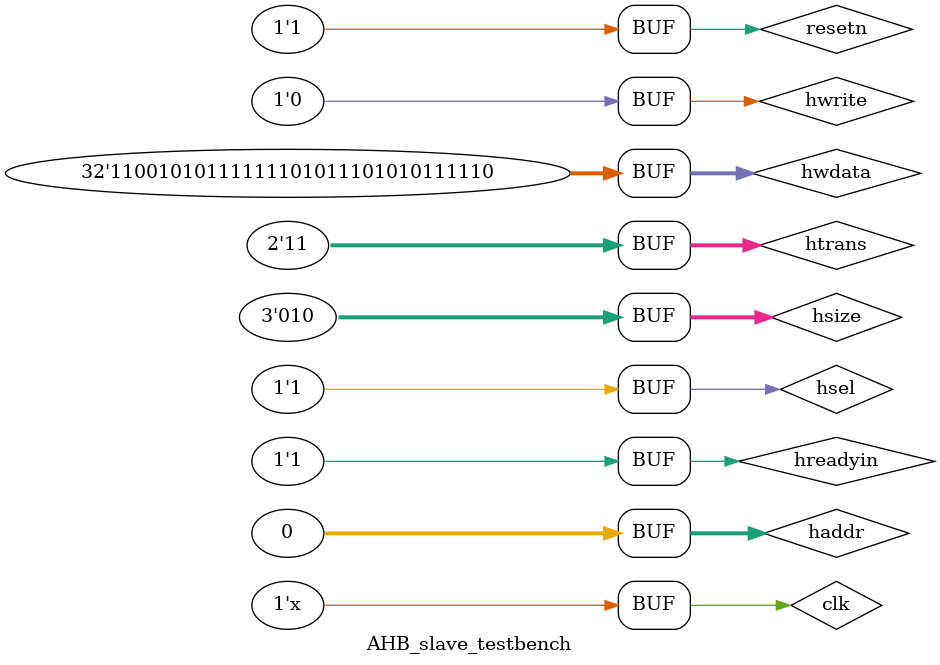
<source format=sv>
`timescale 1ns/100ps

module AHB_slave_testbench();

//
// Slave Management
//

parameter SLAVE_COUNT = 1; // Number of connected AHB slaves

parameter WAIT_WRITE = 0; // Number of wait cycles issued by the slave in response to a 'write' transfer
parameter WAIT_READ = 0; // Number of wait cycles issued by the slave in response to a 'read' transfer

//
// Bus Signals
//

parameter ADDR_WIDTH = 32; // Address bus width
parameter DATA_WIDTH = 32; // Data bus width
parameter MEMORY_DEPTH = 1024; // Slave memory



//
// Global Signals
//

logic clk; // System's clock
logic resetn; // Active high logic

//
// Control signals (Decoder)
//

logic [SLAVE_COUNT-1:0] hsel; // Slave select bus

//
// Control Signals (Master)
//

logic [ADDR_WIDTH-1:0] haddr;
logic hwrite;                               // Indicates the transfer direction issued by Master 0
logic [2:0] hsize;                          // Indicates the size of the transfer issued by Master 0
logic [1:0] htrans;                         // Indicates the transfer type, i.e. IDLE, BUSY, NONSEQUENTIAL, SEQUENTIAL for Master 0
logic [DATA_WIDTH-1:0] hwdata;              // Write data bus for 'write' transfers from the master to a slave

//
// Output signal slave
//

logic hreadyout;                            // Slave 0 ready signal
logic hresp;                                // Slave 0 response signal
logic [DATA_WIDTH-1:0] hrdata;              // Read data bus of Slave 0

// Input signal slave
logic hreadyin;

//
// slave 0
//
AHB_slave #(.ADDR_WIDTH(ADDR_WIDTH),
    .DATA_WIDTH(DATA_WIDTH),
    .MEMORY_DEPTH(MEMORY_DEPTH),
    .WAIT_WRITE(WAIT_WRITE),
    .WAIT_READ(WAIT_READ))
s0(
    // global signals
    .i_hclk(clk),
    .i_hresetn(resetn),

    // control signals (decoder)
    .i_hsel(hsel[0]),

    // control signals (master)
    .i_haddr(haddr), // addr to write or read from
    .i_hwrite(hwrite), // low == read transfer, high == write transfer
    .i_hsize(hsize), // data type size
    .i_htrans(htrans), // transfer type (IDLE, BUSY, SEQ, NONSEQ)
    .i_hreadyin(hreadyin), // feedback ready to all slaves
    .i_hwdata(hwdata), // data to write during write transfer

    // output towards the interconnection fabric
    .o_hreadyout(hreadyout), // slave output, transfer is ready
    .o_hresp(hresp), // OKAY (= low) or ERROR (= HIGH)
    .o_hrdata(hrdata) // read data is returned by the slave here
);

always #100 clk = ~clk;

// Initial blocks
initial
begin

    #0
    resetn = 1'b0; // 0 means perform a reset
    clk = 1'b0;
    //hreadyout = 1'b1;
    hreadyin = 1'b1;
    htrans = 2'b01;

    // enable the first slave (this test bench has no decoder as it is a unit test for the slave). The slave has to be enabled manually
    hsel[0] = 1'b1;

    hsize = 3'b010;

    //
    // RESET
    //

    #100
    resetn = 1'b0;  // 0 means perform a reset

    #100
    resetn = 1'b0;

    //
    // NORMAL OPERATION
    //

    #100
    resetn = 1'b1; // no more reset. Lets start with normal operation

    // write transfer (burst: SINGLE_TRANSFER)

    // address phase
    #100
    haddr = 'h00000000;
    hwrite = 1'b1; // write transfer (= HIGH)
    // Indicates the transfer type, i.e. IDLE (b00), BUSY (b01), NONSEQUENTIAL (b10), SEQUENTIAL (b11) for Master 0
    htrans = 2'b10; // NONSEQ
    hwdata = 'hCAFEBABE;

    #100
    haddr = 'h00000000;
    hwrite = 1'b1; // write transfer (= HIGH)
    // Indicates the transfer type, i.e. IDLE (b00), BUSY (b01), NONSEQUENTIAL (b10), SEQUENTIAL (b11) for Master 0
    htrans = 2'b11; // SEQ
    hwdata = 'hCAFEBABE;

    //
    // Read transfer
    //

    #100
    haddr = 'h00000000;
    hwrite = 1'b0; // read transfer (= LOW)
    // Indicates the transfer type, i.e. IDLE (b00), BUSY (b01), NONSEQUENTIAL (b10), SEQUENTIAL (b11) for Master 0
    htrans = 2'b10; // NONSEQ

    #100
    haddr = 'h00000000;
    hwrite = 1'b0; // read transfer (= LOW)
    // Indicates the transfer type, i.e. IDLE (b00), BUSY (b01), NONSEQUENTIAL (b10), SEQUENTIAL (b11) for Master 0
    htrans = 2'b11; // SEQ

end

endmodule
</source>
